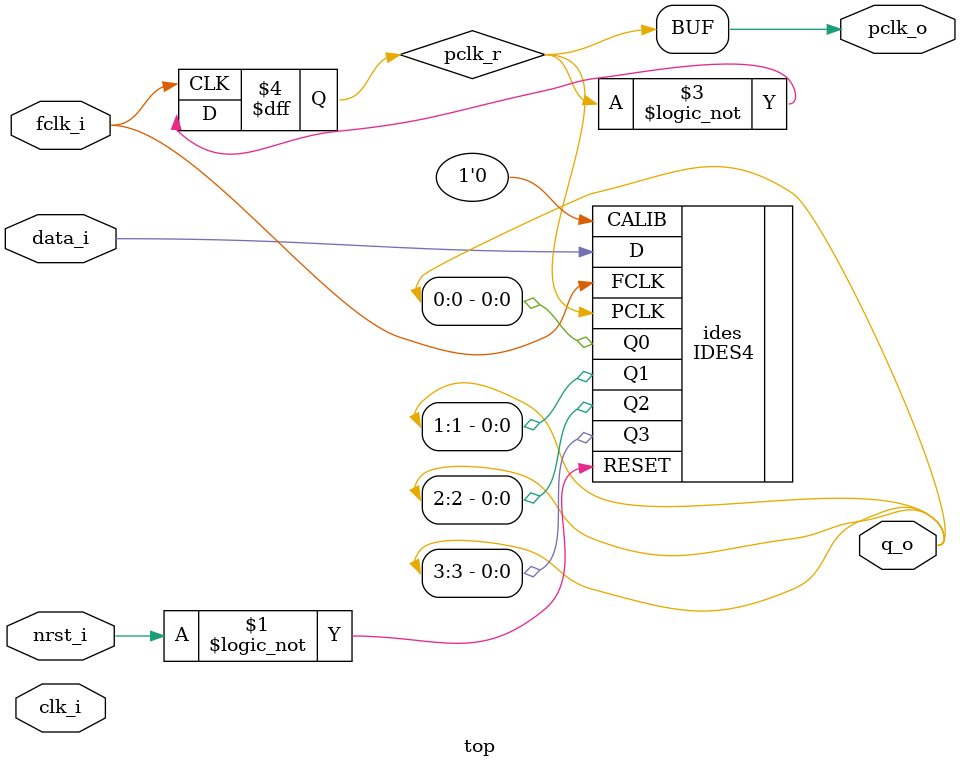
<source format=v>

`default_nettype none
module top(input wire clk_i, 
	input wire nrst_i, 
	input wire fclk_i,
	input wire data_i,
	output wire pclk_o,
	output wire [7:0]q_o);

    IDES4 ides(
        .D(data_i),
		.FCLK(fclk_i),
		.PCLK(pclk_o),
		.CALIB(1'b0),
		.RESET(!nrst_i),
        .Q0(q_o[0]),
        .Q1(q_o[1]),
        .Q2(q_o[2]),
        .Q3(q_o[3])
    );
	defparam ides.GSREN="false";
	defparam ides.LSREN="true";

    reg pclk_r;
    always @(posedge fclk_i) begin
        pclk_r <= !pclk_r;
    end
	assign pclk_o = pclk_r;

endmodule

</source>
